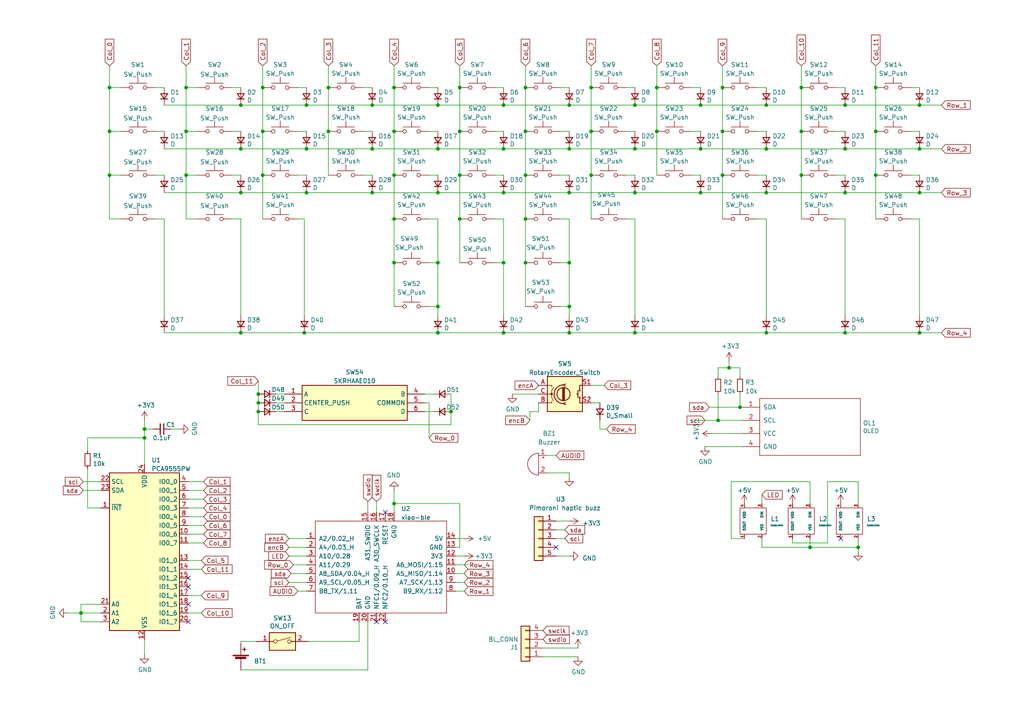
<source format=kicad_sch>
(kicad_sch (version 20230121) (generator eeschema)
  (paper "A4")
  (junction (at 127 96.52))
  (junction (at 208.28 121.92))
  (junction (at 127 30.48))
  (junction (at 171.45 50.8))
  (junction (at 146.05 76.2))
  (junction (at 184.15 96.52))
  (junction (at 76.2 50.8))
  (junction (at 171.45 25.4))
  (junction (at 114.3 50.8))
  (junction (at 88.265 96.52))
  (junction (at 23.495 177.8))
  (junction (at 74.93 119.38))
  (junction (at 152.4 38.1))
  (junction (at 130.81 119.38))
  (junction (at 133.35 63.5))
  (junction (at 146.05 43.18))
  (junction (at 152.4 63.5))
  (junction (at 222.25 55.88))
  (junction (at 203.2 30.48))
  (junction (at 127 43.18))
  (junction (at 146.05 96.52))
  (junction (at 245.11 43.18))
  (junction (at 165.1 30.48))
  (junction (at 245.11 55.88))
  (junction (at 171.45 38.1))
  (junction (at 114.3 146.05))
  (junction (at 234.95 158.75))
  (junction (at 165.1 96.52))
  (junction (at 152.4 76.2))
  (junction (at 266.7 43.18))
  (junction (at 266.7 96.52))
  (junction (at 133.35 50.8))
  (junction (at 222.25 96.52))
  (junction (at 209.55 50.8))
  (junction (at 165.1 43.18))
  (junction (at 114.3 38.1))
  (junction (at 69.85 30.48))
  (junction (at 88.9 55.88))
  (junction (at 69.85 96.52))
  (junction (at 165.1 55.88))
  (junction (at 74.93 114.3))
  (junction (at 133.35 25.4))
  (junction (at 88.9 30.48))
  (junction (at 76.2 25.4))
  (junction (at 69.85 55.88))
  (junction (at 74.93 116.84))
  (junction (at 31.75 25.4))
  (junction (at 214.63 118.11))
  (junction (at 203.2 55.88))
  (junction (at 127 55.88))
  (junction (at 127 88.9))
  (junction (at 152.4 50.8))
  (junction (at 76.2 38.1))
  (junction (at 209.55 25.4))
  (junction (at 266.7 30.48))
  (junction (at 41.91 127))
  (junction (at 107.95 30.48))
  (junction (at 107.95 43.18))
  (junction (at 232.41 50.8))
  (junction (at 184.15 55.88))
  (junction (at 266.7 55.88))
  (junction (at 254 38.1))
  (junction (at 53.975 50.8))
  (junction (at 69.85 43.18))
  (junction (at 133.35 38.1))
  (junction (at 190.5 25.4))
  (junction (at 254 50.8))
  (junction (at 41.91 124.46))
  (junction (at 88.9 43.18))
  (junction (at 165.1 88.9))
  (junction (at 127 76.2))
  (junction (at 107.95 55.88))
  (junction (at 146.05 30.48))
  (junction (at 203.2 43.18))
  (junction (at 209.55 38.1))
  (junction (at 95.25 38.1))
  (junction (at 114.3 25.4))
  (junction (at 114.3 76.2))
  (junction (at 190.5 38.1))
  (junction (at 248.92 158.75))
  (junction (at 245.11 96.52))
  (junction (at 222.25 30.48))
  (junction (at 146.05 55.88))
  (junction (at 152.4 25.4))
  (junction (at 165.1 76.2))
  (junction (at 31.75 38.1))
  (junction (at 95.25 25.4))
  (junction (at 31.75 50.8))
  (junction (at 211.455 106.68))
  (junction (at 53.975 25.4))
  (junction (at 184.15 30.48))
  (junction (at 222.25 43.18))
  (junction (at 232.41 38.1))
  (junction (at 254 25.4))
  (junction (at 53.975 38.1))
  (junction (at 184.15 43.18))
  (junction (at 114.3 63.5))
  (junction (at 232.41 25.4))
  (junction (at 245.11 30.48))
  (no_connect (at 243.84 156.21))
  (no_connect (at 161.29 158.75))
  (no_connect (at 54.61 180.34))
  (no_connect (at 54.61 167.64))
  (no_connect (at 54.61 170.18))
  (no_connect (at 54.61 175.26))
  (no_connect (at 111.76 148.59))
  (no_connect (at 109.22 180.34))
  (no_connect (at 111.76 180.34))
  (wire (pts (xy 214.63 118.11) (xy 215.265 118.11)))
  (wire (pts (xy 214.63 114.3) (xy 214.63 118.11)))
  (wire (pts (xy 157.48 187.96) (xy 167.64 187.96)))
  (wire (pts (xy 171.45 111.76) (xy 175.26 111.76)))
  (wire (pts (xy 264.16 50.8) (xy 266.7 50.8)))
  (wire (pts (xy 19.685 177.8) (xy 23.495 177.8)))
  (wire (pts (xy 135.89 163.83) (xy 132.08 163.83)))
  (wire (pts (xy 76.2 25.4) (xy 76.2 38.1)))
  (wire (pts (xy 53.975 50.8) (xy 53.975 63.5)))
  (wire (pts (xy 59.055 154.94) (xy 54.61 154.94)))
  (wire (pts (xy 162.56 63.5) (xy 165.1 63.5)))
  (wire (pts (xy 133.35 25.4) (xy 133.35 38.1)))
  (wire (pts (xy 264.16 38.1) (xy 266.7 38.1)))
  (wire (pts (xy 181.61 63.5) (xy 184.15 63.5)))
  (wire (pts (xy 74.93 119.38) (xy 74.93 123.19)))
  (wire (pts (xy 67.31 25.4) (xy 69.85 25.4)))
  (wire (pts (xy 157.48 190.5) (xy 167.64 190.5)))
  (wire (pts (xy 124.46 116.84) (xy 124.46 127)))
  (wire (pts (xy 153.67 121.92) (xy 153.67 119.38)))
  (wire (pts (xy 76.2 50.8) (xy 76.2 63.5)))
  (wire (pts (xy 232.41 50.8) (xy 232.41 63.5)))
  (wire (pts (xy 184.15 96.52) (xy 222.25 96.52)))
  (wire (pts (xy 200.66 50.8) (xy 203.2 50.8)))
  (wire (pts (xy 95.25 25.4) (xy 95.25 38.1)))
  (wire (pts (xy 114.3 38.1) (xy 114.3 50.8)))
  (wire (pts (xy 214.63 106.68) (xy 214.63 109.22)))
  (wire (pts (xy 31.75 25.4) (xy 31.75 38.1)))
  (wire (pts (xy 208.28 114.3) (xy 208.28 121.92)))
  (wire (pts (xy 80.01 116.84) (xy 82.55 116.84)))
  (wire (pts (xy 53.975 38.1) (xy 57.15 38.1)))
  (wire (pts (xy 69.85 96.52) (xy 88.265 96.52)))
  (wire (pts (xy 47.625 30.48) (xy 69.85 30.48)))
  (wire (pts (xy 254 25.4) (xy 254 38.1)))
  (wire (pts (xy 29.21 147.32) (xy 25.4 147.32)))
  (wire (pts (xy 45.085 63.5) (xy 47.625 63.5)))
  (wire (pts (xy 107.95 30.48) (xy 127 30.48)))
  (wire (pts (xy 114.3 142.24) (xy 114.3 146.05)))
  (wire (pts (xy 148.59 114.3) (xy 156.21 114.3)))
  (wire (pts (xy 89.535 186.055) (xy 104.14 186.055)))
  (wire (pts (xy 59.055 152.4) (xy 54.61 152.4)))
  (wire (pts (xy 67.31 63.5) (xy 69.85 63.5)))
  (wire (pts (xy 132.08 156.21) (xy 134.62 156.21)))
  (wire (pts (xy 165.1 43.18) (xy 184.15 43.18)))
  (wire (pts (xy 76.2 19.05) (xy 76.2 25.4)))
  (wire (pts (xy 190.5 25.4) (xy 190.5 38.1)))
  (wire (pts (xy 181.61 50.8) (xy 184.15 50.8)))
  (wire (pts (xy 53.975 25.4) (xy 57.15 25.4)))
  (wire (pts (xy 86.36 63.5) (xy 88.265 63.5)))
  (wire (pts (xy 31.75 25.4) (xy 34.925 25.4)))
  (wire (pts (xy 45.085 38.1) (xy 47.625 38.1)))
  (wire (pts (xy 152.4 63.5) (xy 152.4 76.2)))
  (wire (pts (xy 47.625 96.52) (xy 69.85 96.52)))
  (wire (pts (xy 80.01 114.3) (xy 82.55 114.3)))
  (wire (pts (xy 41.91 124.46) (xy 41.91 127)))
  (wire (pts (xy 88.9 30.48) (xy 107.95 30.48)))
  (wire (pts (xy 133.35 50.8) (xy 133.985 50.8)))
  (wire (pts (xy 219.71 25.4) (xy 222.25 25.4)))
  (wire (pts (xy 31.75 50.8) (xy 34.925 50.8)))
  (wire (pts (xy 41.91 127) (xy 41.91 134.62)))
  (wire (pts (xy 240.03 157.48) (xy 240.03 139.7)))
  (wire (pts (xy 232.41 38.1) (xy 232.41 50.8)))
  (wire (pts (xy 124.46 38.1) (xy 127 38.1)))
  (wire (pts (xy 146.05 76.2) (xy 146.05 91.44)))
  (wire (pts (xy 146.05 96.52) (xy 165.1 96.52)))
  (wire (pts (xy 67.31 38.1) (xy 69.85 38.1)))
  (wire (pts (xy 184.15 55.88) (xy 203.2 55.88)))
  (wire (pts (xy 133.35 146.05) (xy 114.3 146.05)))
  (wire (pts (xy 23.495 180.34) (xy 29.21 180.34)))
  (wire (pts (xy 124.46 25.4) (xy 127 25.4)))
  (wire (pts (xy 47.625 55.88) (xy 69.85 55.88)))
  (wire (pts (xy 171.45 50.8) (xy 171.45 63.5)))
  (wire (pts (xy 222.25 63.5) (xy 222.25 91.44)))
  (wire (pts (xy 134.62 168.91) (xy 132.08 168.91)))
  (wire (pts (xy 242.57 50.8) (xy 245.11 50.8)))
  (wire (pts (xy 209.55 50.8) (xy 209.55 63.5)))
  (wire (pts (xy 69.85 63.5) (xy 69.85 91.44)))
  (wire (pts (xy 59.055 139.7) (xy 54.61 139.7)))
  (wire (pts (xy 234.95 158.75) (xy 248.92 158.75)))
  (wire (pts (xy 47.625 63.5) (xy 47.625 91.44)))
  (wire (pts (xy 107.95 55.88) (xy 127 55.88)))
  (wire (pts (xy 130.81 114.3) (xy 130.81 119.38)))
  (wire (pts (xy 248.92 156.21) (xy 248.92 158.75)))
  (wire (pts (xy 107.95 43.18) (xy 127 43.18)))
  (wire (pts (xy 74.93 116.84) (xy 74.93 119.38)))
  (wire (pts (xy 31.75 38.1) (xy 31.75 50.8)))
  (wire (pts (xy 69.85 186.055) (xy 74.295 186.055)))
  (wire (pts (xy 240.03 139.7) (xy 248.92 139.7)))
  (wire (pts (xy 229.87 156.21) (xy 229.87 157.48)))
  (wire (pts (xy 105.41 38.1) (xy 107.95 38.1)))
  (wire (pts (xy 171.45 38.1) (xy 171.45 50.8)))
  (wire (pts (xy 23.495 175.26) (xy 23.495 177.8)))
  (wire (pts (xy 206.375 125.73) (xy 215.265 125.73)))
  (wire (pts (xy 85.09 163.83) (xy 88.9 163.83)))
  (wire (pts (xy 245.11 96.52) (xy 266.7 96.52)))
  (wire (pts (xy 190.5 38.1) (xy 190.5 50.8)))
  (wire (pts (xy 245.11 55.88) (xy 266.7 55.88)))
  (wire (pts (xy 209.55 19.05) (xy 209.55 25.4)))
  (wire (pts (xy 208.28 121.92) (xy 215.265 121.92)))
  (wire (pts (xy 146.05 55.88) (xy 165.1 55.88)))
  (wire (pts (xy 106.68 145.415) (xy 106.68 148.59)))
  (wire (pts (xy 190.5 19.05) (xy 190.5 25.4)))
  (wire (pts (xy 143.51 63.5) (xy 146.05 63.5)))
  (wire (pts (xy 248.92 158.75) (xy 248.92 160.02)))
  (wire (pts (xy 31.75 38.1) (xy 34.925 38.1)))
  (wire (pts (xy 95.25 38.1) (xy 95.25 50.8)))
  (wire (pts (xy 266.7 63.5) (xy 266.7 91.44)))
  (wire (pts (xy 152.4 76.2) (xy 152.4 88.9)))
  (wire (pts (xy 127 88.9) (xy 127 91.44)))
  (wire (pts (xy 245.11 30.48) (xy 266.7 30.48)))
  (wire (pts (xy 184.15 43.18) (xy 203.2 43.18)))
  (wire (pts (xy 211.455 104.775) (xy 211.455 106.68)))
  (wire (pts (xy 114.3 76.2) (xy 114.3 88.9)))
  (wire (pts (xy 153.67 119.38) (xy 156.21 119.38)))
  (wire (pts (xy 127 30.48) (xy 146.05 30.48)))
  (wire (pts (xy 201.295 121.92) (xy 208.28 121.92)))
  (wire (pts (xy 212.09 139.7) (xy 234.95 139.7)))
  (wire (pts (xy 200.66 25.4) (xy 203.2 25.4)))
  (wire (pts (xy 209.55 25.4) (xy 209.55 38.1)))
  (wire (pts (xy 162.56 25.4) (xy 165.1 25.4)))
  (wire (pts (xy 29.21 177.8) (xy 23.495 177.8)))
  (wire (pts (xy 181.61 38.1) (xy 184.15 38.1)))
  (wire (pts (xy 86.36 171.45) (xy 88.9 171.45)))
  (wire (pts (xy 266.7 96.52) (xy 273.05 96.52)))
  (wire (pts (xy 84.455 166.37) (xy 88.9 166.37)))
  (wire (pts (xy 23.495 177.8) (xy 23.495 180.34)))
  (wire (pts (xy 76.2 38.1) (xy 76.2 50.8)))
  (wire (pts (xy 146.05 43.18) (xy 165.1 43.18)))
  (wire (pts (xy 31.75 19.05) (xy 31.75 25.4)))
  (wire (pts (xy 124.46 50.8) (xy 127 50.8)))
  (wire (pts (xy 234.95 139.7) (xy 234.95 146.05)))
  (wire (pts (xy 69.85 186.69) (xy 69.85 186.055)))
  (wire (pts (xy 53.975 38.1) (xy 53.975 50.8)))
  (wire (pts (xy 123.19 119.38) (xy 125.73 119.38)))
  (wire (pts (xy 83.82 158.75) (xy 88.9 158.75)))
  (wire (pts (xy 133.35 19.05) (xy 133.35 25.4)))
  (wire (pts (xy 80.01 119.38) (xy 82.55 119.38)))
  (wire (pts (xy 220.98 158.75) (xy 220.98 156.21)))
  (wire (pts (xy 208.28 106.68) (xy 208.28 109.22)))
  (wire (pts (xy 181.61 25.4) (xy 184.15 25.4)))
  (wire (pts (xy 222.25 96.52) (xy 245.11 96.52)))
  (wire (pts (xy 156.21 119.38) (xy 156.21 116.84)))
  (wire (pts (xy 54.61 165.1) (xy 58.42 165.1)))
  (wire (pts (xy 123.19 114.3) (xy 125.73 114.3)))
  (wire (pts (xy 69.85 55.88) (xy 88.9 55.88)))
  (wire (pts (xy 86.36 50.8) (xy 88.9 50.8)))
  (wire (pts (xy 134.62 171.45) (xy 132.08 171.45)))
  (wire (pts (xy 220.98 143.51) (xy 220.98 146.05)))
  (wire (pts (xy 59.055 147.32) (xy 54.61 147.32)))
  (wire (pts (xy 165.1 137.16) (xy 158.75 137.16)))
  (wire (pts (xy 152.4 50.8) (xy 152.4 63.5)))
  (wire (pts (xy 152.4 19.05) (xy 152.4 25.4)))
  (wire (pts (xy 245.11 63.5) (xy 245.11 91.44)))
  (wire (pts (xy 114.3 50.8) (xy 114.3 63.5)))
  (wire (pts (xy 69.85 43.18) (xy 88.9 43.18)))
  (wire (pts (xy 114.3 25.4) (xy 114.3 38.1)))
  (wire (pts (xy 234.95 156.21) (xy 234.95 158.75)))
  (wire (pts (xy 47.625 43.18) (xy 69.85 43.18)))
  (wire (pts (xy 203.2 55.88) (xy 222.25 55.88)))
  (wire (pts (xy 83.82 168.91) (xy 88.9 168.91)))
  (wire (pts (xy 41.91 121.92) (xy 41.91 124.46)))
  (wire (pts (xy 133.35 63.5) (xy 133.35 76.2)))
  (wire (pts (xy 31.75 50.8) (xy 31.75 63.5)))
  (wire (pts (xy 133.35 50.8) (xy 133.35 63.5)))
  (wire (pts (xy 127 63.5) (xy 127 76.2)))
  (wire (pts (xy 203.2 43.18) (xy 222.25 43.18)))
  (wire (pts (xy 45.085 25.4) (xy 47.625 25.4)))
  (wire (pts (xy 266.7 30.48) (xy 273.05 30.48)))
  (wire (pts (xy 49.53 124.46) (xy 52.07 124.46)))
  (wire (pts (xy 245.11 43.18) (xy 266.7 43.18)))
  (wire (pts (xy 222.25 30.48) (xy 245.11 30.48)))
  (wire (pts (xy 220.98 158.75) (xy 234.95 158.75)))
  (wire (pts (xy 161.29 153.67) (xy 163.83 153.67)))
  (wire (pts (xy 232.41 25.4) (xy 232.41 38.1)))
  (wire (pts (xy 215.9 156.21) (xy 212.09 156.21)))
  (wire (pts (xy 165.1 96.52) (xy 184.15 96.52)))
  (wire (pts (xy 219.71 38.1) (xy 222.25 38.1)))
  (wire (pts (xy 59.055 149.86) (xy 54.61 149.86)))
  (wire (pts (xy 124.46 76.2) (xy 127 76.2)))
  (wire (pts (xy 173.99 121.92) (xy 173.99 124.46)))
  (wire (pts (xy 209.55 38.1) (xy 209.55 50.8)))
  (wire (pts (xy 54.61 172.72) (xy 58.42 172.72)))
  (wire (pts (xy 165.1 55.88) (xy 184.15 55.88)))
  (wire (pts (xy 264.16 63.5) (xy 266.7 63.5)))
  (wire (pts (xy 133.35 38.1) (xy 133.35 50.8)))
  (wire (pts (xy 123.19 116.84) (xy 124.46 116.84)))
  (wire (pts (xy 242.57 38.1) (xy 245.11 38.1)))
  (wire (pts (xy 88.265 96.52) (xy 127 96.52)))
  (wire (pts (xy 88.9 43.18) (xy 107.95 43.18)))
  (wire (pts (xy 127 43.18) (xy 146.05 43.18)))
  (wire (pts (xy 171.45 116.84) (xy 173.99 116.84)))
  (wire (pts (xy 74.93 123.19) (xy 130.81 123.19)))
  (wire (pts (xy 53.975 25.4) (xy 53.975 38.1)))
  (wire (pts (xy 67.31 50.8) (xy 69.85 50.8)))
  (wire (pts (xy 132.08 158.75) (xy 133.35 158.75)))
  (wire (pts (xy 31.75 63.5) (xy 34.925 63.5)))
  (wire (pts (xy 59.055 142.24) (xy 54.61 142.24)))
  (wire (pts (xy 254 50.8) (xy 254 63.5)))
  (wire (pts (xy 248.92 139.7) (xy 248.92 146.05)))
  (wire (pts (xy 127 96.52) (xy 146.05 96.52)))
  (wire (pts (xy 105.41 50.8) (xy 107.95 50.8)))
  (wire (pts (xy 54.61 162.56) (xy 58.42 162.56)))
  (wire (pts (xy 86.36 25.4) (xy 88.9 25.4)))
  (wire (pts (xy 83.82 156.21) (xy 88.9 156.21)))
  (wire (pts (xy 69.85 30.48) (xy 88.9 30.48)))
  (wire (pts (xy 222.25 43.18) (xy 245.11 43.18)))
  (wire (pts (xy 204.47 129.54) (xy 215.265 129.54)))
  (wire (pts (xy 88.9 55.88) (xy 107.95 55.88)))
  (wire (pts (xy 114.3 63.5) (xy 114.3 76.2)))
  (wire (pts (xy 53.975 63.5) (xy 57.15 63.5)))
  (wire (pts (xy 146.05 30.48) (xy 165.1 30.48)))
  (wire (pts (xy 59.055 157.48) (xy 54.61 157.48)))
  (wire (pts (xy 173.99 124.46) (xy 175.895 124.46)))
  (wire (pts (xy 205.74 118.11) (xy 214.63 118.11)))
  (wire (pts (xy 104.14 186.055) (xy 104.14 180.34)))
  (wire (pts (xy 124.46 88.9) (xy 127 88.9)))
  (wire (pts (xy 161.29 151.13) (xy 165.1 151.13)))
  (wire (pts (xy 74.93 114.3) (xy 74.93 116.84)))
  (wire (pts (xy 152.4 25.4) (xy 152.4 38.1)))
  (wire (pts (xy 134.62 161.29) (xy 132.08 161.29)))
  (wire (pts (xy 88.265 63.5) (xy 88.265 91.44)))
  (wire (pts (xy 162.56 50.8) (xy 165.1 50.8)))
  (wire (pts (xy 161.29 161.29) (xy 165.1 161.29)))
  (wire (pts (xy 44.45 124.46) (xy 41.91 124.46)))
  (wire (pts (xy 86.36 38.1) (xy 88.9 38.1)))
  (wire (pts (xy 219.71 50.8) (xy 222.25 50.8)))
  (wire (pts (xy 254 38.1) (xy 254 50.8)))
  (wire (pts (xy 69.85 194.31) (xy 106.68 194.31)))
  (wire (pts (xy 211.455 106.68) (xy 208.28 106.68)))
  (wire (pts (xy 222.25 63.5) (xy 219.71 63.5)))
  (wire (pts (xy 171.45 25.4) (xy 171.45 38.1)))
  (wire (pts (xy 203.2 30.48) (xy 222.25 30.48)))
  (wire (pts (xy 45.085 50.8) (xy 47.625 50.8)))
  (wire (pts (xy 143.51 76.2) (xy 146.05 76.2)))
  (wire (pts (xy 266.7 43.18) (xy 273.05 43.18)))
  (wire (pts (xy 165.1 88.9) (xy 165.1 91.44)))
  (wire (pts (xy 162.56 76.2) (xy 165.1 76.2)))
  (wire (pts (xy 124.46 63.5) (xy 127 63.5)))
  (wire (pts (xy 162.56 88.9) (xy 165.1 88.9)))
  (wire (pts (xy 54.61 177.8) (xy 58.42 177.8)))
  (wire (pts (xy 211.455 106.68) (xy 214.63 106.68)))
  (wire (pts (xy 41.91 189.865) (xy 41.91 185.42)))
  (wire (pts (xy 109.22 145.415) (xy 109.22 148.59)))
  (wire (pts (xy 212.09 156.21) (xy 212.09 139.7)))
  (wire (pts (xy 24.13 142.24) (xy 29.21 142.24)))
  (wire (pts (xy 24.13 139.7) (xy 29.21 139.7)))
  (wire (pts (xy 95.25 19.05) (xy 95.25 25.4)))
  (wire (pts (xy 184.15 30.48) (xy 203.2 30.48)))
  (wire (pts (xy 25.4 127) (xy 25.4 130.81)))
  (wire (pts (xy 53.975 19.05) (xy 53.975 25.4)))
  (wire (pts (xy 114.3 146.05) (xy 114.3 148.59)))
  (wire (pts (xy 242.57 63.5) (xy 245.11 63.5)))
  (wire (pts (xy 165.1 137.16) (xy 165.1 138.43)))
  (wire (pts (xy 165.1 76.2) (xy 165.1 88.9)))
  (wire (pts (xy 165.1 30.48) (xy 184.15 30.48)))
  (wire (pts (xy 146.05 63.5) (xy 146.05 76.2)))
  (wire (pts (xy 130.81 123.19) (xy 130.81 119.38)))
  (wire (pts (xy 222.25 55.88) (xy 245.11 55.88)))
  (wire (pts (xy 133.35 158.75) (xy 133.35 146.05)))
  (wire (pts (xy 264.16 25.4) (xy 266.7 25.4)))
  (wire (pts (xy 162.56 38.1) (xy 165.1 38.1)))
  (wire (pts (xy 143.51 38.1) (xy 146.05 38.1)))
  (wire (pts (xy 165.1 63.5) (xy 165.1 76.2)))
  (wire (pts (xy 171.45 19.05) (xy 171.45 25.4)))
  (wire (pts (xy 29.21 175.26) (xy 23.495 175.26)))
  (wire (pts (xy 134.62 166.37) (xy 132.08 166.37)))
  (wire (pts (xy 114.3 19.05) (xy 114.3 25.4)))
  (wire (pts (xy 127 76.2) (xy 127 88.9)))
  (wire (pts (xy 127 55.88) (xy 146.05 55.88)))
  (wire (pts (xy 59.055 144.78) (xy 54.61 144.78)))
  (wire (pts (xy 254 19.05) (xy 254 25.4)))
  (wire (pts (xy 25.4 127) (xy 41.91 127)))
  (wire (pts (xy 152.4 38.1) (xy 152.4 50.8)))
  (wire (pts (xy 53.975 50.8) (xy 57.15 50.8)))
  (wire (pts (xy 161.29 132.08) (xy 158.75 132.08)))
  (wire (pts (xy 242.57 25.4) (xy 245.11 25.4)))
  (wire (pts (xy 184.15 63.5) (xy 184.15 91.44)))
  (wire (pts (xy 232.41 19.05) (xy 232.41 25.4)))
  (wire (pts (xy 200.66 38.1) (xy 203.2 38.1)))
  (wire (pts (xy 83.82 161.29) (xy 88.9 161.29)))
  (wire (pts (xy 266.7 55.88) (xy 273.05 55.88)))
  (wire (pts (xy 143.51 50.8) (xy 146.05 50.8)))
  (wire (pts (xy 229.87 157.48) (xy 240.03 157.48)))
  (wire (pts (xy 161.29 156.21) (xy 163.83 156.21)))
  (wire (pts (xy 25.4 147.32) (xy 25.4 135.89)))
  (wire (pts (xy 74.93 110.49) (xy 74.93 114.3)))
  (wire (pts (xy 143.51 25.4) (xy 146.05 25.4)))
  (wire (pts (xy 105.41 25.4) (xy 107.95 25.4)))
  (wire (pts (xy 106.68 180.34) (xy 106.68 194.31)))
  (global_label "Col_10" (shape input) (at 232.41 19.05 90) (property "Intersheetrefs" "${INTERSHEET_REFS}" (effects hide)))
  (global_label "Col_9" (shape input) (at 58.42 172.72 0) (property "Intersheetrefs" "${INTERSHEET_REFS}" (effects hide)))
  (global_label "Col_11" (shape input) (at 74.93 110.49 180) (property "Intersheetrefs" "${INTERSHEET_REFS}" (effects hide)))
  (global_label "Row_2" (shape input) (at 134.62 168.91 0) (property "Intersheetrefs" "${INTERSHEET_REFS}" (effects hide)))
  (global_label "Col_8" (shape input) (at 59.055 157.48 0) (property "Intersheetrefs" "${INTERSHEET_REFS}" (effects hide)))
  (global_label "Col_3" (shape input) (at 95.25 19.05 90) (property "Intersheetrefs" "${INTERSHEET_REFS}" (effects hide)))
  (global_label "Col_8" (shape input) (at 190.5 19.05 90) (property "Intersheetrefs" "${INTERSHEET_REFS}" (effects hide)))
  (global_label "Row_4" (shape input) (at 134.62 163.83 0) (property "Intersheetrefs" "${INTERSHEET_REFS}" (effects hide)))
  (global_label "Col_3" (shape input) (at 59.055 144.78 0) (property "Intersheetrefs" "${INTERSHEET_REFS}" (effects hide)))
  (global_label "Col_5" (shape input) (at 58.42 162.56 0) (property "Intersheetrefs" "${INTERSHEET_REFS}" (effects hide)))
  (global_label "Col_4" (shape input) (at 59.055 147.32 0) (property "Intersheetrefs" "${INTERSHEET_REFS}" (effects hide)))
  (global_label "encB" (shape input) (at 83.82 158.75 180) (property "Intersheetrefs" "${INTERSHEET_REFS}" (effects hide)))
  (global_label "Row_1" (shape input) (at 273.05 30.48 0) (property "Intersheetrefs" "${INTERSHEET_REFS}" (effects hide)))
  (global_label "swclk" (shape input) (at 157.48 182.88 0) (property "Intersheetrefs" "${INTERSHEET_REFS}" (effects hide)))
  (global_label "Col_1" (shape input) (at 53.975 19.05 90) (property "Intersheetrefs" "${INTERSHEET_REFS}" (effects hide)))
  (global_label "Row_4" (shape input) (at 175.895 124.46 0) (property "Intersheetrefs" "${INTERSHEET_REFS}" (effects hide)))
  (global_label "scl" (shape input) (at 204.47 121.92 180) (property "Intersheetrefs" "${INTERSHEET_REFS}" (effects hide)))
  (global_label "Col_2" (shape input) (at 59.055 142.24 0) (property "Intersheetrefs" "${INTERSHEET_REFS}" (effects hide)))
  (global_label "encB" (shape input) (at 153.67 121.92 180) (property "Intersheetrefs" "${INTERSHEET_REFS}" (effects hide)))
  (global_label "Row_2" (shape input) (at 273.05 43.18 0) (property "Intersheetrefs" "${INTERSHEET_REFS}" (effects hide)))
  (global_label "Col_1" (shape input) (at 59.055 139.7 0) (property "Intersheetrefs" "${INTERSHEET_REFS}" (effects hide)))
  (global_label "swclk" (shape input) (at 109.22 145.415 90) (property "Intersheetrefs" "${INTERSHEET_REFS}" (effects hide)))
  (global_label "Col_11" (shape input) (at 58.42 165.1 0) (property "Intersheetrefs" "${INTERSHEET_REFS}" (effects hide)))
  (global_label "Row_4" (shape input) (at 273.05 96.52 0) (property "Intersheetrefs" "${INTERSHEET_REFS}" (effects hide)))
  (global_label "Col_6" (shape input) (at 59.055 152.4 0) (property "Intersheetrefs" "${INTERSHEET_REFS}" (effects hide)))
  (global_label "Col_6" (shape input) (at 152.4 19.05 90) (property "Intersheetrefs" "${INTERSHEET_REFS}" (effects hide)))
  (global_label "Col_11" (shape input) (at 254 19.05 90) (property "Intersheetrefs" "${INTERSHEET_REFS}" (effects hide)))
  (global_label "Col_4" (shape input) (at 114.3 19.05 90) (property "Intersheetrefs" "${INTERSHEET_REFS}" (effects hide)))
  (global_label "encA" (shape input) (at 156.21 111.76 180) (property "Intersheetrefs" "${INTERSHEET_REFS}" (effects hide)))
  (global_label "Row_3" (shape input) (at 134.62 166.37 0) (property "Intersheetrefs" "${INTERSHEET_REFS}" (effects hide)))
  (global_label "AUDIO" (shape input) (at 161.29 132.08 0) (property "Intersheetrefs" "${INTERSHEET_REFS}" (effects hide)))
  (global_label "Row_3" (shape input) (at 273.05 55.88 0) (property "Intersheetrefs" "${INTERSHEET_REFS}" (effects hide)))
  (global_label "Col_0" (shape input) (at 59.055 149.86 0) (property "Intersheetrefs" "${INTERSHEET_REFS}" (effects hide)))
  (global_label "scl" (shape input) (at 24.13 139.7 180) (property "Intersheetrefs" "${INTERSHEET_REFS}" (effects hide)))
  (global_label "swdio" (shape input) (at 157.48 185.42 0) (property "Intersheetrefs" "${INTERSHEET_REFS}" (effects hide)))
  (global_label "encA" (shape input) (at 83.82 156.21 180) (property "Intersheetrefs" "${INTERSHEET_REFS}" (effects hide)))
  (global_label "sda" (shape input) (at 205.74 118.11 180) (property "Intersheetrefs" "${INTERSHEET_REFS}" (effects hide)))
  (global_label "Col_7" (shape input) (at 171.45 19.05 90) (property "Intersheetrefs" "${INTERSHEET_REFS}" (effects hide)))
  (global_label "LED" (shape input) (at 83.82 161.29 180) (property "Intersheetrefs" "${INTERSHEET_REFS}" (effects hide)))
  (global_label "Col_7" (shape input) (at 59.055 154.94 0) (property "Intersheetrefs" "${INTERSHEET_REFS}" (effects hide)))
  (global_label "LED" (shape input) (at 220.98 143.51 0) (property "Intersheetrefs" "${INTERSHEET_REFS}" (effects hide)))
  (global_label "Row_1" (shape input) (at 134.62 171.45 0) (property "Intersheetrefs" "${INTERSHEET_REFS}" (effects hide)))
  (global_label "scl" (shape input) (at 83.82 168.91 180) (property "Intersheetrefs" "${INTERSHEET_REFS}" (effects hide)))
  (global_label "Col_9" (shape input) (at 209.55 19.05 90) (property "Intersheetrefs" "${INTERSHEET_REFS}" (effects hide)))
  (global_label "Col_3" (shape input) (at 175.26 111.76 0) (property "Intersheetrefs" "${INTERSHEET_REFS}" (effects hide)))
  (global_label "Col_5" (shape input) (at 133.35 19.05 90) (property "Intersheetrefs" "${INTERSHEET_REFS}" (effects hide)))
  (global_label "Col_0" (shape input) (at 31.75 19.05 90) (property "Intersheetrefs" "${INTERSHEET_REFS}" (effects hide)))
  (global_label "sda" (shape input) (at 163.83 153.67 0) (property "Intersheetrefs" "${INTERSHEET_REFS}" (effects hide)))
  (global_label "scl" (shape input) (at 163.83 156.21 0) (property "Intersheetrefs" "${INTERSHEET_REFS}" (effects hide)))
  (global_label "sda" (shape input) (at 24.13 142.24 180) (property "Intersheetrefs" "${INTERSHEET_REFS}" (effects hide)))
  (global_label "Row_0" (shape input) (at 124.46 127 0) (property "Intersheetrefs" "${INTERSHEET_REFS}" (effects hide)))
  (global_label "Col_2" (shape input) (at 76.2 19.05 90) (property "Intersheetrefs" "${INTERSHEET_REFS}" (effects hide)))
  (global_label "Row_0" (shape input) (at 85.09 163.83 180) (property "Intersheetrefs" "${INTERSHEET_REFS}" (effects hide)))
  (global_label "swdio" (shape input) (at 106.68 145.415 90) (property "Intersheetrefs" "${INTERSHEET_REFS}" (effects hide)))
  (global_label "sda" (shape input) (at 84.455 166.37 180) (property "Intersheetrefs" "${INTERSHEET_REFS}" (effects hide)))
  (global_label "AUDIO" (shape input) (at 86.36 171.45 180) (property "Intersheetrefs" "${INTERSHEET_REFS}" (effects hide)))
  (global_label "Col_10" (shape input) (at 58.42 177.8 0) (property "Intersheetrefs" "${INTERSHEET_REFS}" (effects hide)))
  (symbol (lib_id "Switch:SW_Push") (at 237.49 63.5 0) (unit 1)
    (property "Reference" "SW47" (at 237.49 56.8792 0))
    (property "Value" "SW_Push" (at 237.49 59.4161 0))
    (property "Footprint" "weteor:CherryMX_Hotswap" (effects hide))
  )
  (symbol (lib_id "Device:D_Small") (at 107.95 40.64 90) (unit 1)
    (property "Reference" "D16" (at 109.728 39.4716 90) (effects (justify right)))
    (property "Value" "D" (at 109.728 41.783 90) (effects (justify right)))
    (property "Footprint" "weteor:D_SOD-123" (effects hide))
  )
  (symbol (lib_id "Switch:SW_Push") (at 81.28 25.4 0) (unit 1)
    (property "Reference" "SW3" (at 81.28 18.7792 0))
    (property "Value" "SW_Push" (at 81.28 21.3161 0))
    (property "Footprint" "weteor:CherryMX_Hotswap" (effects hide))
  )
  (symbol (lib_id "Device:D_Small") (at 266.7 93.98 90) (unit 1)
    (property "Reference" "D47" (at 268.478 92.8116 90) (effects (justify right)))
    (property "Value" "D" (at 268.478 95.123 90) (effects (justify right)))
    (property "Footprint" "weteor:D_SOD-123" (effects hide))
  )
  (symbol (lib_id "Switch:SW_Push") (at 119.38 50.8 0) (unit 1)
    (property "Reference" "SW31" (at 119.38 44.1792 0))
    (property "Value" "SW_Push" (at 119.38 46.7161 0))
    (property "Footprint" "weteor:CherryMX_Hotswap" (effects hide))
  )
  (symbol (lib_id "Switch:SW_Push") (at 100.33 50.8 0) (unit 1)
    (property "Reference" "SW30" (at 100.33 44.1792 0))
    (property "Value" "SW_Push" (at 100.33 46.7161 0))
    (property "Footprint" "weteor:CherryMX_Hotswap" (effects hide))
  )
  (symbol (lib_id "power:+3V3") (at 206.375 125.73 90) (unit 1)
    (property "Reference" "#PWR011" (effects hide))
    (property "Value" "+3V3" (at 201.9808 125.349 0))
  )
  (symbol (lib_id "Switch:SW_Push") (at 40.005 25.4 0) (unit 1)
    (property "Reference" "SW1" (at 40.005 18.7792 0))
    (property "Value" "SW_Push" (at 40.005 21.59 0))
    (property "Footprint" "weteor:CherryMX_Hotswap" (effects hide))
  )
  (symbol (lib_id "Switch:SW_Push") (at 62.23 63.5 0) (unit 1)
    (property "Reference" "SW40" (at 62.23 56.8792 0))
    (property "Value" "SW_Push" (at 62.23 59.69 0))
    (property "Footprint" "weteor:CherryMX_Hotswap" (effects hide))
  )
  (symbol (lib_id "Device:D_Small") (at 165.1 27.94 90) (unit 1)
    (property "Reference" "D7" (at 166.878 26.7716 90) (effects (justify right)))
    (property "Value" "D" (at 166.878 29.083 90) (effects (justify right)))
    (property "Footprint" "weteor:D_SOD-123" (effects hide))
  )
  (symbol (lib_id "Device:D_Small") (at 146.05 93.98 90) (unit 1)
    (property "Reference" "D42" (at 147.828 92.8116 90) (effects (justify right)))
    (property "Value" "D" (at 147.828 95.123 90) (effects (justify right)))
    (property "Footprint" "weteor:D_SOD-123" (effects hide))
  )
  (symbol (lib_id "Device:D_Small") (at 222.25 40.64 90) (unit 1)
    (property "Reference" "D22" (at 224.028 39.4716 90) (effects (justify right)))
    (property "Value" "D" (at 224.028 41.783 90) (effects (justify right)))
    (property "Footprint" "weteor:D_SOD-123" (effects hide))
  )
  (symbol (lib_id "Device:D_Small") (at 203.2 40.64 90) (unit 1)
    (property "Reference" "D21" (at 204.978 39.4716 90) (effects (justify right)))
    (property "Value" "D" (at 204.978 41.783 90) (effects (justify right)))
    (property "Footprint" "weteor:D_SOD-123" (effects hide))
  )
  (symbol (lib_id "Switch:SW_Push") (at 81.28 50.8 0) (unit 1)
    (property "Reference" "SW29" (at 81.28 44.1792 0))
    (property "Value" "SW_Push" (at 81.28 46.7161 0))
    (property "Footprint" "weteor:CherryMX_Hotswap" (effects hide))
  )
  (symbol (lib_id "power:+5V") (at 215.9 146.05 0) (unit 1)
    (property "Reference" "#PWR014" (effects hide))
    (property "Value" "+5V" (at 215.9 142.24 0))
  )
  (symbol (lib_id "power:+3V3") (at 211.455 104.775 0) (unit 1)
    (property "Reference" "#PWR012" (effects hide))
    (property "Value" "+3V3" (at 211.836 100.3808 0))
  )
  (symbol (lib_id "Switch:SW_Push") (at 62.23 50.8 0) (unit 1)
    (property "Reference" "SW28" (at 62.23 44.1792 0))
    (property "Value" "SW_Push" (at 62.23 46.99 0))
    (property "Footprint" "weteor:CherryMX_Hotswap" (effects hide))
  )
  (symbol (lib_id "Switch:SW_Push") (at 157.48 50.8 0) (unit 1)
    (property "Reference" "SW33" (at 157.48 44.1792 0))
    (property "Value" "SW_Push" (at 157.48 46.7161 0))
    (property "Footprint" "weteor:CherryMX_Hotswap" (effects hide))
  )
  (symbol (lib_id "Device:D_Small") (at 77.47 116.84 180) (unit 1)
    (property "Reference" "D49" (at 78.74 115.57 0) (effects (justify right)))
    (property "Footprint" "weteor:D_SOD-123" (effects hide))
  )
  (symbol (lib_id "power:+3V3") (at 41.91 121.92 0) (unit 1)
    (property "Reference" "#PWR02" (effects hide))
    (property "Value" "+3V3" (at 42.291 117.5258 0))
  )
  (symbol (lib_id "Switch:SW_Push") (at 237.49 38.1 0) (unit 1)
    (property "Reference" "SW25" (at 237.49 31.4792 0))
    (property "Value" "SW_Push" (at 237.49 34.0161 0))
    (property "Footprint" "weteor:CherryMX_Hotswap" (effects hide))
  )
  (symbol (lib_id "power:+3V3") (at 167.64 187.96 0) (unit 1)
    (property "Reference" "#PWR08" (effects hide))
    (property "Value" "+3V3" (at 168.021 183.5658 0))
  )
  (symbol (lib_id "Device:D_Small") (at 184.15 53.34 90) (unit 1)
    (property "Reference" "D32" (at 185.928 52.1716 90) (effects (justify right)))
    (property "Value" "D" (at 185.928 54.483 90) (effects (justify right)))
    (property "Footprint" "weteor:D_SOD-123" (effects hide))
  )
  (symbol (lib_id "Device:Battery_Cell") (at 69.85 191.77 0) (unit 1)
    (property "Reference" "BT1" (at 73.66 191.77 0) (effects (justify left)))
    (property "Value" "Battery_Cell" (effects hide))
    (property "Footprint" "Connector_Molex:Molex_PicoBlade_53048-0210_1x02_P1.25mm_Horizontal" (effects hide))
  )
  (symbol (lib_id "Switch:SW_Push") (at 119.38 38.1 0) (unit 1)
    (property "Reference" "SW19" (at 119.38 31.4792 0))
    (property "Value" "SW_Push" (at 119.38 34.0161 0))
    (property "Footprint" "weteor:CherryMX_Hotswap" (effects hide))
  )
  (symbol (lib_id "Switch:SW_Push") (at 138.43 25.4 0) (unit 1)
    (property "Reference" "SW7" (at 138.43 18.7792 0))
    (property "Value" "SW_Push" (at 138.43 21.3161 0))
    (property "Footprint" "weteor:CherryMX_Hotswap" (effects hide))
  )
  (symbol (lib_id "Device:D_Small") (at 47.625 93.98 90) (unit 1)
    (property "Reference" "D37" (at 49.403 92.8116 90) (effects (justify right)))
    (property "Value" "D" (at 49.403 95.123 90) (effects (justify right)))
    (property "Footprint" "weteor:D_SOD-123" (effects hide))
  )
  (symbol (lib_id "Device:D_Small") (at 266.7 40.64 90) (unit 1)
    (property "Reference" "D24" (at 268.478 39.4716 90) (effects (justify right)))
    (property "Value" "D" (at 268.478 41.783 90) (effects (justify right)))
    (property "Footprint" "weteor:D_SOD-123" (effects hide))
  )
  (symbol (lib_id "Switch:SW_Push") (at 62.23 25.4 0) (unit 1)
    (property "Reference" "SW2" (at 62.23 18.7792 0))
    (property "Value" "SW_Push" (at 62.23 21.59 0))
    (property "Footprint" "weteor:CherryMX_Hotswap" (effects hide))
  )
  (symbol (lib_id "power:GND") (at 148.59 114.3 0) (unit 1)
    (property "Reference" "#PWR013" (effects hide))
    (property "Value" "GND" (at 148.717 118.6942 0))
  )
  (symbol (lib_id "Switch:SW_Push") (at 157.48 88.9 0) (unit 1)
    (property "Reference" "SW53" (at 156.845 81.9181 0))
    (property "Value" "SW_Push" (at 156.845 84.455 0))
    (property "Footprint" "weteor:CherryMX_Hotswap_2.25u_stabs" (effects hide))
  )
  (symbol (lib_id "Device:D_Small") (at 173.99 119.38 90) (unit 1)
    (property "Reference" "D39" (at 175.768 118.2116 90) (effects (justify right)))
    (property "Value" "D_Small" (at 175.768 120.523 90) (effects (justify right)))
    (property "Footprint" "weteor:D_SOD-123" (effects hide))
  )
  (symbol (lib_id "power:GND") (at 41.91 189.865 0) (unit 1)
    (property "Reference" "#PWR03" (effects hide))
    (property "Value" "GND" (at 42.037 194.2592 0))
  )
  (symbol (lib_id "power:GND") (at 19.685 177.8 270) (mirror x) (unit 1)
    (property "Reference" "#PWR01" (effects hide))
    (property "Value" "GND" (at 15.2908 177.673 0))
  )
  (symbol (lib_id "Switch:SW_Push") (at 119.38 63.5 0) (unit 1)
    (property "Reference" "SW42" (at 119.38 56.8792 0))
    (property "Value" "SW_Push" (at 119.38 59.4161 0))
    (property "Footprint" "weteor:CherryMX_Hotswap" (effects hide))
  )
  (symbol (lib_id "Device:D_Small") (at 88.9 40.64 90) (unit 1)
    (property "Reference" "D15" (at 90.678 39.4716 90) (effects (justify right)))
    (property "Value" "D" (at 90.678 41.783 90) (effects (justify right)))
    (property "Footprint" "weteor:D_SOD-123" (effects hide))
  )
  (symbol (lib_id "Switch:SW_Push") (at 100.33 25.4 0) (unit 1)
    (property "Reference" "SW4" (at 100.33 18.7792 0))
    (property "Value" "SW_Push" (at 100.33 21.3161 0))
    (property "Footprint" "weteor:CherryMX_Hotswap" (effects hide))
  )
  (symbol (lib_id "Switch:SW_Push") (at 138.43 50.8 0) (unit 1)
    (property "Reference" "SW32" (at 138.43 44.1792 0))
    (property "Value" "SW_Push" (at 138.43 46.7161 0))
    (property "Footprint" "weteor:CherryMX_Hotswap" (effects hide))
  )
  (symbol (lib_id "Device:D_Small") (at 88.9 27.94 90) (unit 1)
    (property "Reference" "D3" (at 90.678 26.7716 90) (effects (justify right)))
    (property "Value" "D" (at 90.678 29.083 90) (effects (justify right)))
    (property "Footprint" "weteor:D_SOD-123" (effects hide))
  )
  (symbol (lib_id "Device:R_Small") (at 214.63 111.76 0) (unit 1)
    (property "Reference" "R3" (at 216.1286 110.9253 0) (effects (justify left)))
    (property "Value" "10k" (at 216.1286 113.4622 0) (effects (justify left)))
    (property "Footprint" "Resistor_SMD:R_0805_2012Metric" (effects hide))
  )
  (symbol (lib_id "Switch:SW_Push") (at 214.63 50.8 0) (unit 1)
    (property "Reference" "SW36" (at 214.63 44.1792 0))
    (property "Value" "SW_Push" (at 214.63 46.7161 0))
    (property "Footprint" "weteor:CherryMX_Hotswap" (effects hide))
  )
  (symbol (lib_id "Switch:SW_DIP_x01") (at 81.915 186.055 0) (unit 1)
    (property "Reference" "SW13" (at 81.915 179.2732 0))
    (property "Value" "ON_OFF" (at 81.915 181.5846 0))
    (property "Footprint" "weteor:switch_MSK-12C02_smd" (effects hide))
  )
  (symbol (lib_id "Device:RotaryEncoder_Switch") (at 163.83 114.3 0) (unit 1)
    (property "Reference" "SW5" (at 163.83 105.5202 0))
    (property "Value" "RotaryEncoder_Switch" (at 163.83 108.0571 0))
    (property "Footprint" "KLOR:RotaryEncoder_Alps_EC11E-Switch_Vertical_H20mm-keebio_modified" (effects hide))
  )
  (symbol (lib_id "kbd:SK6812MINI") (at 246.38 151.13 90) (unit 1)
    (property "Reference" "L3" (at 251.46 150.495 90) (effects (font (size 1.2954 1.2954)) (justify right)))
    (property "Value" "SK6812MINI" (at 251.46 152.4 90) (effects (font (size 0.4064 0.4064)) (justify right)))
    (property "Footprint" "LED_SMD:LED_SK6812MINI_PLCC4_3.5x3.5mm_P1.75mm" (effects hide))
  )
  (symbol (lib_id "Device:D_Small") (at 69.85 93.98 90) (unit 1)
    (property "Reference" "D38" (at 71.628 92.8116 90) (effects (justify right)))
    (property "Value" "D" (at 71.628 95.123 90) (effects (justify right)))
    (property "Footprint" "weteor:D_SOD-123" (effects hide))
  )
  (symbol (lib_id "Switch:SW_Push") (at 195.58 38.1 0) (unit 1)
    (property "Reference" "SW23" (at 195.58 31.4792 0))
    (property "Value" "SW_Push" (at 195.58 34.0161 0))
    (property "Footprint" "weteor:CherryMX_Hotswap" (effects hide))
  )
  (symbol (lib_id "Switch:SW_Push") (at 157.48 76.2 0) (unit 1)
    (property "Reference" "SW51" (at 156.845 69.2181 0))
    (property "Value" "SW_Push" (at 156.845 71.755 0))
    (property "Footprint" "weteor:CherryMX_Hotswap_1.25u" (effects hide))
  )
  (symbol (lib_id "Device:D_Small") (at 245.11 40.64 90) (unit 1)
    (property "Reference" "D23" (at 246.888 39.4716 90) (effects (justify right)))
    (property "Value" "D" (at 246.888 41.783 90) (effects (justify right)))
    (property "Footprint" "weteor:D_SOD-123" (effects hide))
  )
  (symbol (lib_id "Device:D_Small") (at 77.47 119.38 180) (unit 1)
    (property "Reference" "D50" (at 78.74 118.11 0) (effects (justify right)))
    (property "Footprint" "weteor:D_SOD-123" (effects hide))
  )
  (symbol (lib_id "Switch:SW_Push") (at 157.48 63.5 0) (unit 1)
    (property "Reference" "SW44" (at 157.48 56.8792 0))
    (property "Value" "SW_Push" (at 157.48 59.4161 0))
    (property "Footprint" "weteor:CherryMX_Hotswap_1.75u" (effects hide))
  )
  (symbol (lib_id "Switch:SW_Push") (at 119.38 76.2 0) (unit 1)
    (property "Reference" "SW49" (at 118.745 69.2181 0))
    (property "Value" "SW_Push" (at 118.745 71.755 0))
    (property "Footprint" "weteor:CherryMX_Hotswap_1.25u" (effects hide))
  )
  (symbol (lib_id "Device:D_Small") (at 69.85 53.34 90) (unit 1)
    (property "Reference" "D26" (at 71.628 52.1716 90) (effects (justify right)))
    (property "Value" "D" (at 71.628 54.483 90) (effects (justify right)))
    (property "Footprint" "weteor:D_SOD-123" (effects hide))
  )
  (symbol (lib_id "Switch:SW_Push") (at 138.43 76.2 0) (unit 1)
    (property "Reference" "SW50" (at 138.43 69.5792 0))
    (property "Value" "SW_Push" (at 138.43 72.1161 0))
    (property "Footprint" "weteor:CherryMX_Hotswap_3u_stabs" (effects hide))
  )
  (symbol (lib_id "Device:D_Small") (at 245.11 27.94 90) (unit 1)
    (property "Reference" "D11" (at 246.888 26.7716 90) (effects (justify right)))
    (property "Value" "D" (at 246.888 29.083 90) (effects (justify right)))
    (property "Footprint" "weteor:D_SOD-123" (effects hide))
  )
  (symbol (lib_id "Device:D_Small") (at 77.47 114.3 180) (unit 1)
    (property "Reference" "D48" (at 78.74 113.03 0) (effects (justify right)))
    (property "Footprint" "weteor:D_SOD-123" (effects hide))
  )
  (symbol (lib_id "kbd:SK6812MINI") (at 218.44 151.13 90) (unit 1)
    (property "Reference" "L1" (at 223.52 150.495 90) (effects (font (size 1.2954 1.2954)) (justify right)))
    (property "Value" "SK6812MINI" (at 223.52 152.4 90) (effects (font (size 0.4064 0.4064)) (justify right)))
    (property "Footprint" "LED_SMD:LED_SK6812MINI_PLCC4_3.5x3.5mm_P1.75mm" (effects hide))
  )
  (symbol (lib_id "Switch:SW_Push") (at 157.48 38.1 0) (unit 1)
    (property "Reference" "SW21" (at 157.48 31.4792 0))
    (property "Value" "SW_Push" (at 157.48 34.0161 0))
    (property "Footprint" "weteor:CherryMX_Hotswap" (effects hide))
  )
  (symbol (lib_id "Switch:SW_Push") (at 176.53 25.4 0) (unit 1)
    (property "Reference" "SW9" (at 176.53 18.7792 0))
    (property "Value" "SW_Push" (at 176.53 21.3161 0))
    (property "Footprint" "weteor:CherryMX_Hotswap" (effects hide))
  )
  (symbol (lib_id "Switch:SW_Push") (at 157.48 25.4 0) (unit 1)
    (property "Reference" "SW8" (at 157.48 18.7792 0))
    (property "Value" "SW_Push" (at 157.48 21.3161 0))
    (property "Footprint" "weteor:CherryMX_Hotswap" (effects hide))
  )
  (symbol (lib_id "Device:D_Small") (at 245.11 53.34 90) (unit 1)
    (property "Reference" "D35" (at 246.888 52.1716 90) (effects (justify right)))
    (property "Value" "D" (at 246.888 54.483 90) (effects (justify right)))
    (property "Footprint" "weteor:D_SOD-123" (effects hide))
  )
  (symbol (lib_id "Switch:SW_Push") (at 214.63 25.4 0) (unit 1)
    (property "Reference" "SW11" (at 214.63 18.7792 0))
    (property "Value" "SW_Push" (at 214.63 21.3161 0))
    (property "Footprint" "weteor:CherryMX_Hotswap" (effects hide))
  )
  (symbol (lib_id "Device:Buzzer") (at 156.21 134.62 0) (mirror y) (unit 1)
    (property "Reference" "BZ1" (at 161.29 125.73 0) (effects (justify left)))
    (property "Value" "Buzzer" (at 162.56 128.27 0) (effects (justify left)))
    (property "Footprint" "KLOR:Buzzer_Mallory_AST1109MLTRQ_reversible" (effects hide))
  )
  (symbol (lib_id "Switch:SW_Push") (at 138.43 38.1 0) (unit 1)
    (property "Reference" "SW20" (at 138.43 31.4792 0))
    (property "Value" "SW_Push" (at 138.43 34.0161 0))
    (property "Footprint" "weteor:CherryMX_Hotswap" (effects hide))
  )
  (symbol (lib_id "Device:D_Small") (at 69.85 27.94 90) (unit 1)
    (property "Reference" "D2" (at 71.628 26.7716 90) (effects (justify right)))
    (property "Value" "D" (at 71.628 29.083 90) (effects (justify right)))
    (property "Footprint" "weteor:D_SOD-123" (effects hide))
  )
  (symbol (lib_id "Device:D_Small") (at 128.27 119.38 0) (mirror x) (unit 1)
    (property "Reference" "D52" (at 133.35 118.11 0) (effects (justify right)))
    (property "Footprint" "weteor:D_SOD-123" (effects hide))
  )
  (symbol (lib_id "Switch:SW_Push") (at 195.58 25.4 0) (unit 1)
    (property "Reference" "SW10" (at 195.58 18.7792 0))
    (property "Value" "SW_Push" (at 195.58 21.3161 0))
    (property "Footprint" "weteor:CherryMX_Hotswap" (effects hide))
  )
  (symbol (lib_id "Switch:SW_Push") (at 40.005 38.1 0) (unit 1)
    (property "Reference" "SW15" (at 40.005 31.4792 0))
    (property "Value" "SW_Push" (at 40.005 34.29 0))
    (property "Footprint" "weteor:CherryMX_Hotswap" (effects hide))
  )
  (symbol (lib_id "Switch:SW_Push") (at 40.005 50.8 0) (unit 1)
    (property "Reference" "SW27" (at 40.005 44.1792 0))
    (property "Value" "SW_Push" (at 40.005 46.99 0))
    (property "Footprint" "weteor:CherryMX_Hotswap" (effects hide))
  )
  (symbol (lib_id "Device:D_Small") (at 184.15 40.64 90) (unit 1)
    (property "Reference" "D20" (at 185.928 39.4716 90) (effects (justify right)))
    (property "Value" "D" (at 185.928 41.783 90) (effects (justify right)))
    (property "Footprint" "weteor:D_SOD-123" (effects hide))
  )
  (symbol (lib_id "Switch:SW_Push") (at 259.08 63.5 0) (unit 1)
    (property "Reference" "SW48" (at 259.08 56.8792 0))
    (property "Value" "SW_Push" (at 259.08 59.4161 0))
    (property "Footprint" "weteor:CherryMX_Hotswap" (effects hide))
  )
  (symbol (lib_id "Device:D_Small") (at 47.625 27.94 90) (unit 1)
    (property "Reference" "D1" (at 49.403 26.7716 90) (effects (justify right)))
    (property "Value" "D" (at 49.403 29.083 90) (effects (justify right)))
    (property "Footprint" "weteor:D_SOD-123" (effects hide))
  )
  (symbol (lib_id "power:+5V") (at 243.84 146.05 0) (unit 1)
    (property "Reference" "#PWR016" (effects hide))
    (property "Value" "+5V" (at 243.84 142.24 0))
  )
  (symbol (lib_id "Device:D_Small") (at 184.15 27.94 90) (unit 1)
    (property "Reference" "D8" (at 185.928 26.7716 90) (effects (justify right)))
    (property "Value" "D" (at 185.928 29.083 90) (effects (justify right)))
    (property "Footprint" "weteor:D_SOD-123" (effects hide))
  )
  (symbol (lib_id "Connector_Generic:Conn_01x04") (at 152.4 187.96 180) (unit 1)
    (property "Reference" "J1" (at 150.368 187.7568 0) (effects (justify left)))
    (property "Value" "BL_CONN" (at 150.368 185.4454 0) (effects (justify left)))
    (property "Footprint" "Connector_PinHeader_2.54mm:PinHeader_1x04_P2.54mm_Vertical" (effects hide))
  )
  (symbol (lib_id "Switch:SW_Push") (at 62.23 38.1 0) (unit 1)
    (property "Reference" "SW16" (at 62.23 31.4792 0))
    (property "Value" "SW_Push" (at 62.23 34.29 0))
    (property "Footprint" "weteor:CherryMX_Hotswap" (effects hide))
  )
  (symbol (lib_id "Device:D_Small") (at 128.27 114.3 0) (mirror x) (unit 1)
    (property "Reference" "D51" (at 133.35 113.03 0) (effects (justify right)))
    (property "Footprint" "weteor:D_SOD-123" (effects hide))
  )
  (symbol (lib_id "Device:D_Small") (at 266.7 27.94 90) (unit 1)
    (property "Reference" "D12" (at 268.478 26.7716 90) (effects (justify right)))
    (property "Value" "D" (at 268.478 29.083 90) (effects (justify right)))
    (property "Footprint" "weteor:D_SOD-123" (effects hide))
  )
  (symbol (lib_id "Switch:SW_Push") (at 237.49 50.8 0) (unit 1)
    (property "Reference" "SW37" (at 237.49 44.1792 0))
    (property "Value" "SW_Push" (at 237.49 46.7161 0))
    (property "Footprint" "weteor:CherryMX_Hotswap" (effects hide))
  )
  (symbol (lib_id "Device:D_Small") (at 222.25 53.34 90) (unit 1)
    (property "Reference" "D34" (at 224.028 52.1716 90) (effects (justify right)))
    (property "Value" "D" (at 224.028 54.483 90) (effects (justify right)))
    (property "Footprint" "weteor:D_SOD-123" (effects hide))
  )
  (symbol (lib_id "Connector_Generic:Conn_01x05") (at 156.21 156.21 0) (mirror y) (unit 1)
    (property "Reference" "U3" (at 162.56 144.78 0))
    (property "Value" "Pimoroni haptic buzz" (at 163.83 147.32 0))
    (property "Footprint" "KLOR:Pimoroni Haptic Buzz DRV2605L Driver" (effects hide))
  )
  (symbol (lib_id "Device:D_Small") (at 88.9 53.34 90) (unit 1)
    (property "Reference" "D27" (at 90.678 52.1716 90) (effects (justify right)))
    (property "Value" "D" (at 90.678 54.483 90) (effects (justify right)))
    (property "Footprint" "weteor:D_SOD-123" (effects hide))
  )
  (symbol (lib_id "Switch:SW_Push") (at 100.33 38.1 0) (unit 1)
    (property "Reference" "SW18" (at 100.33 31.4792 0))
    (property "Value" "SW_Push" (at 100.33 34.0161 0))
    (property "Footprint" "weteor:CherryMX_Hotswap" (effects hide))
  )
  (symbol (lib_id "Switch:SW_Push") (at 138.43 63.5 0) (unit 1)
    (property "Reference" "SW43" (at 138.43 56.8792 0))
    (property "Value" "SW_Push" (at 138.43 59.4161 0))
    (property "Footprint" "weteor:CherryMX_Hotswap_1.75u" (effects hide))
  )
  (symbol (lib_id "Switch:SW_Push") (at 214.63 38.1 0) (unit 1)
    (property "Reference" "SW24" (at 214.63 31.4792 0))
    (property "Value" "SW_Push" (at 214.63 34.0161 0))
    (property "Footprint" "weteor:CherryMX_Hotswap" (effects hide))
  )
  (symbol (lib_id "Switch:SW_Push") (at 259.08 25.4 0) (unit 1)
    (property "Reference" "SW14" (at 259.08 18.7792 0))
    (property "Value" "SW_Push" (at 259.08 21.3161 0))
    (property "Footprint" "weteor:CherryMX_Hotswap" (effects hide))
  )
  (symbol (lib_id "power:GND") (at 114.3 142.24 180) (unit 1)
    (property "Reference" "#PWR05" (effects hide))
    (property "Value" "GND" (at 114.173 137.8458 0))
  )
  (symbol (lib_id "SKRHAAE010:SKRHAAE010") (at 82.55 114.3 0) (unit 1)
    (property "Reference" "SW54" (at 102.87 107.95 0))
    (property "Value" "SKRHAAE010" (at 102.87 110.49 0))
    (property "Footprint" "mouser:SKRHAAE010" (effects hide))
    (property "Datasheet" "http://www.alps.com/prod/info/E/HTML/MultiControl/Switch/SKRH/SKRHAAE010.html" (effects hide))
    (property "Mouser Part Number" "688-SKRHAAE010" (effects hide))
    (property "Mouser Price/Stock" "https://www.mouser.co.uk/ProductDetail/Alps-Alpine/SKRHAAE010?qs=6EGMNY9ZYDQQG43X8RE8sg%3D%3D" (effects hide))
    (property "Manufacturer_Name" "ALPS Electric" (effects hide))
    (property "Manufacturer_Part_Number" "SKRHAAE010" (effects hide))
  )
  (symbol (lib_id "Switch:SW_Push") (at 176.53 50.8 0) (unit 1)
    (property "Reference" "SW34" (at 176.53 44.1792 0))
    (property "Value" "SW_Push" (at 176.53 46.7161 0))
    (property "Footprint" "weteor:CherryMX_Hotswap" (effects hide))
  )
  (symbol (lib_name "GND_3") (lib_id "power:GND") (at 165.1 161.29 90) (unit 1)
    (property "Reference" "#PWR020" (effects hide))
    (property "Value" "GND" (at 168.91 161.925 90) (effects (justify right)))
  )
  (symbol (lib_id "Device:D_Small") (at 127 53.34 90) (unit 1)
    (property "Reference" "D29" (at 128.778 52.1716 90) (effects (justify right)))
    (property "Value" "D" (at 128.778 54.483 90) (effects (justify right)))
    (property "Footprint" "weteor:D_SOD-123" (effects hide))
  )
  (symbol (lib_id "Device:R_Small") (at 25.4 133.35 0) (unit 1)
    (property "Reference" "R1" (at 26.8986 132.1816 0) (effects (justify left)))
    (property "Value" "10k" (at 26.8986 134.493 0) (effects (justify left)))
    (property "Footprint" "Resistor_SMD:R_0805_2012Metric" (effects hide))
  )
  (symbol (lib_id "mcu:xiao-ble") (at 110.49 163.83 0) (unit 1)
    (property "Reference" "U2" (at 116.3194 147.5572 0) (effects (justify left)))
    (property "Value" "xiao-ble" (at 116.3194 150.0941 0) (effects (justify left)))
    (property "Footprint" "mcu:xiao-ble-smd-cutout" (effects hide))
  )
  (symbol (lib_id "Device:D_Small") (at 266.7 53.34 90) (unit 1)
    (property "Reference" "D36" (at 268.478 52.1716 90) (effects (justify right)))
    (property "Value" "D" (at 268.478 54.483 90) (effects (justify right)))
    (property "Footprint" "weteor:D_SOD-123" (effects hide))
  )
  (symbol (lib_id "Interface_Expansion:PCA9555PW") (at 41.91 160.02 0) (unit 1)
    (property "Reference" "U1" (at 43.9294 133.4602 0) (effects (justify left)))
    (property "Value" "PCA9555PW" (at 43.9294 135.9971 0) (effects (justify left)))
    (property "Footprint" "Package_SO:TSSOP-24_4.4x7.8mm_P0.65mm" (effects hide))
    (property "Datasheet" "https://www.nxp.com/docs/en/data-sheet/PCA9555.pdf" (effects hide))
  )
  (symbol (lib_name "GND_2") (lib_id "power:GND") (at 165.1 138.43 0) (mirror y) (unit 1)
    (property "Reference" "#PWR07" (effects hide))
    (property "Value" "GND" (effects hide))
  )
  (symbol (lib_id "Device:R_Small") (at 208.28 111.76 0) (unit 1)
    (property "Reference" "R2" (at 209.7786 110.9253 0) (effects (justify left)))
    (property "Value" "10k" (at 209.7786 113.4622 0) (effects (justify left)))
    (property "Footprint" "Resistor_SMD:R_0805_2012Metric" (effects hide))
  )
  (symbol (lib_id "Device:D_Small") (at 47.625 53.34 90) (unit 1)
    (property "Reference" "D25" (at 49.403 52.1716 90) (effects (justify right)))
    (property "Value" "D" (at 49.403 54.483 90) (effects (justify right)))
    (property "Footprint" "weteor:D_SOD-123" (effects hide))
  )
  (symbol (lib_id "Switch:SW_Push") (at 176.53 38.1 0) (unit 1)
    (property "Reference" "SW22" (at 176.53 31.4792 0))
    (property "Value" "SW_Push" (at 176.53 34.0161 0))
    (property "Footprint" "weteor:CherryMX_Hotswap" (effects hide))
  )
  (symbol (lib_id "Device:D_Small") (at 107.95 53.34 90) (unit 1)
    (property "Reference" "D28" (at 109.728 52.1716 90) (effects (justify right)))
    (property "Value" "D" (at 109.728 54.483 90) (effects (justify right)))
    (property "Footprint" "weteor:D_SOD-123" (effects hide))
  )
  (symbol (lib_id "Device:C_Small") (at 46.99 124.46 270) (unit 1)
    (property "Reference" "C1" (at 49.53 123.19 90))
    (property "Value" "0.1uF" (at 46.99 127 90))
    (property "Footprint" "Capacitor_SMD:C_0805_2012Metric" (effects hide))
  )
  (symbol (lib_id "Device:D_Small") (at 165.1 40.64 90) (unit 1)
    (property "Reference" "D19" (at 166.878 39.4716 90) (effects (justify right)))
    (property "Value" "D" (at 166.878 41.783 90) (effects (justify right)))
    (property "Footprint" "weteor:D_SOD-123" (effects hide))
  )
  (symbol (lib_id "le_chiff_ble-rescue:OLED-kbd") (at 234.315 124.46 0) (unit 1)
    (property "Reference" "OL1" (at 250.2662 122.7074 0) (effects (font (size 1.2954 1.2954)) (justify left)))
    (property "Value" "OLED" (at 250.2662 124.9934 0) (effects (font (size 1.1938 1.1938)) (justify left)))
    (property "Footprint" "weteor:OLED_1side" (effects hide))
  )
  (symbol (lib_id "Device:D_Small") (at 222.25 93.98 90) (unit 1)
    (property "Reference" "D45" (at 224.028 92.8116 90) (effects (justify right)))
    (property "Value" "D" (at 224.028 95.123 90) (effects (justify right)))
    (property "Footprint" "weteor:D_SOD-123" (effects hide))
  )
  (symbol (lib_id "Switch:SW_Push") (at 195.58 50.8 0) (unit 1)
    (property "Reference" "SW35" (at 195.58 44.1792 0))
    (property "Value" "SW_Push" (at 195.58 46.7161 0))
    (property "Footprint" "weteor:CherryMX_Hotswap" (effects hide))
  )
  (symbol (lib_id "Device:D_Small") (at 127 40.64 90) (unit 1)
    (property "Reference" "D17" (at 128.778 39.4716 90) (effects (justify right)))
    (property "Value" "D" (at 128.778 41.783 90) (effects (justify right)))
    (property "Footprint" "weteor:D_SOD-123" (effects hide))
  )
  (symbol (lib_id "Switch:SW_Push") (at 81.28 63.5 0) (unit 1)
    (property "Reference" "SW41" (at 81.28 56.8792 0))
    (property "Value" "SW_Push" (at 81.28 59.4161 0))
    (property "Footprint" "weteor:CherryMX_Hotswap" (effects hide))
  )
  (symbol (lib_id "Device:D_Small") (at 146.05 27.94 90) (unit 1)
    (property "Reference" "D6" (at 147.828 26.7716 90) (effects (justify right)))
    (property "Value" "D" (at 147.828 29.083 90) (effects (justify right)))
    (property "Footprint" "weteor:D_SOD-123" (effects hide))
  )
  (symbol (lib_id "Device:D_Small") (at 165.1 93.98 90) (unit 1)
    (property "Reference" "D43" (at 166.878 92.8116 90) (effects (justify right)))
    (property "Value" "D" (at 166.878 95.123 90) (effects (justify right)))
    (property "Footprint" "weteor:D_SOD-123" (effects hide))
  )
  (symbol (lib_id "power:GND") (at 167.64 190.5 0) (unit 1)
    (property "Reference" "#PWR09" (effects hide))
    (property "Value" "GND" (at 167.767 194.8942 0))
  )
  (symbol (lib_id "Device:D_Small") (at 69.85 40.64 90) (unit 1)
    (property "Reference" "D14" (at 71.628 39.4716 90) (effects (justify right)))
    (property "Value" "D" (at 71.628 41.783 90) (effects (justify right)))
    (property "Footprint" "weteor:D_SOD-123" (effects hide))
  )
  (symbol (lib_id "Device:D_Small") (at 222.25 27.94 90) (unit 1)
    (property "Reference" "D10" (at 224.028 26.7716 90) (effects (justify right)))
    (property "Value" "D" (at 224.028 29.083 90) (effects (justify right)))
    (property "Footprint" "weteor:D_SOD-123" (effects hide))
  )
  (symbol (lib_id "kbd:SK6812MINI") (at 232.41 151.13 90) (unit 1)
    (property "Reference" "L2" (at 237.49 150.495 90) (effects (font (size 1.2954 1.2954)) (justify right)))
    (property "Value" "SK6812MINI" (at 237.49 152.4 90) (effects (font (size 0.4064 0.4064)) (justify right)))
    (property "Footprint" "LED_SMD:LED_SK6812MINI_PLCC4_3.5x3.5mm_P1.75mm" (effects hide))
  )
  (symbol (lib_id "Device:D_Small") (at 146.05 40.64 90) (unit 1)
    (property "Reference" "D18" (at 147.828 39.4716 90) (effects (justify right)))
    (property "Value" "D" (at 147.828 41.783 90) (effects (justify right)))
    (property "Footprint" "weteor:D_SOD-123" (effects hide))
  )
  (symbol (lib_id "power:+5V") (at 229.87 146.05 0) (unit 1)
    (property "Reference" "#PWR015" (effects hide))
    (property "Value" "+5V" (at 229.87 142.24 0))
  )
  (symbol (lib_id "Switch:SW_Push") (at 214.63 63.5 0) (unit 1)
    (property "Reference" "SW46" (at 214.63 56.8792 0))
    (property "Value" "SW_Push" (at 214.63 59.4161 0))
    (property "Footprint" "weteor:CherryMX_Hotswap" (effects hide))
  )
  (symbol (lib_id "power:GND") (at 52.07 124.46 90) (unit 1)
    (property "Reference" "#PWR04" (effects hide))
    (property "Value" "GND" (at 56.4642 124.333 0))
  )
  (symbol (lib_id "power:GND") (at 204.47 129.54 0) (unit 1)
    (property "Reference" "#PWR010" (effects hide))
    (property "Value" "GND" (at 204.597 133.9342 0))
  )
  (symbol (lib_id "Device:D_Small") (at 165.1 53.34 90) (unit 1)
    (property "Reference" "D31" (at 166.878 52.1716 90) (effects (justify right)))
    (property "Value" "D" (at 166.878 54.483 90) (effects (justify right)))
    (property "Footprint" "weteor:D_SOD-123" (effects hide))
  )
  (symbol (lib_id "Device:D_Small") (at 107.95 27.94 90) (unit 1)
    (property "Reference" "D4" (at 109.728 26.7716 90) (effects (justify right)))
    (property "Value" "D" (at 109.728 29.083 90) (effects (justify right)))
    (property "Footprint" "weteor:D_SOD-123" (effects hide))
  )
  (symbol (lib_id "power:+5V") (at 134.62 156.21 270) (unit 1)
    (property "Reference" "#PWR018" (effects hide))
    (property "Value" "+5V" (at 138.43 156.21 90) (effects (justify left)))
  )
  (symbol (lib_id "Switch:SW_Push") (at 237.49 25.4 0) (unit 1)
    (property "Reference" "SW12" (at 237.49 18.7792 0))
    (property "Value" "SW_Push" (at 237.49 21.3161 0))
    (property "Footprint" "weteor:CherryMX_Hotswap" (effects hide))
  )
  (symbol (lib_id "Device:D_Small") (at 127 27.94 90) (unit 1)
    (property "Reference" "D5" (at 128.778 26.7716 90) (effects (justify right)))
    (property "Value" "D" (at 128.778 29.083 90) (effects (justify right)))
    (property "Footprint" "weteor:D_SOD-123" (effects hide))
  )
  (symbol (lib_id "Device:D_Small") (at 203.2 53.34 90) (unit 1)
    (property "Reference" "D33" (at 204.978 52.1716 90) (effects (justify right)))
    (property "Value" "D" (at 204.978 54.483 90) (effects (justify right)))
    (property "Footprint" "weteor:D_SOD-123" (effects hide))
  )
  (symbol (lib_id "Device:D_Small") (at 88.265 93.98 90) (unit 1)
    (property "Reference" "D40" (at 90.043 92.8116 90) (effects (justify right)))
    (property "Value" "D" (at 90.043 95.123 90) (effects (justify right)))
    (property "Footprint" "weteor:D_SOD-123" (effects hide))
  )
  (symbol (lib_id "Device:D_Small") (at 203.2 27.94 90) (unit 1)
    (property "Reference" "D9" (at 204.978 26.7716 90) (effects (justify right)))
    (property "Value" "D" (at 204.978 29.083 90) (effects (justify right)))
    (property "Footprint" "weteor:D_SOD-123" (effects hide))
  )
  (symbol (lib_id "Switch:SW_Push") (at 81.28 38.1 0) (unit 1)
    (property "Reference" "SW17" (at 81.28 31.4792 0))
    (property "Value" "SW_Push" (at 81.28 34.0161 0))
    (property "Footprint" "weteor:CherryMX_Hotswap" (effects hide))
  )
  (symbol (lib_id "Device:D_Small") (at 127 93.98 90) (unit 1)
    (property "Reference" "D41" (at 128.778 92.8116 90) (effects (justify right)))
    (property "Value" "D" (at 128.778 95.123 90) (effects (justify right)))
    (property "Footprint" "weteor:D_SOD-123" (effects hide))
  )
  (symbol (lib_id "Device:D_Small") (at 184.15 93.98 90) (unit 1)
    (property "Reference" "D44" (at 185.928 92.8116 90) (effects (justify right)))
    (property "Value" "D" (at 185.928 95.123 90) (effects (justify right)))
    (property "Footprint" "weteor:D_SOD-123" (effects hide))
  )
  (symbol (lib_id "Switch:SW_Push") (at 176.53 63.5 0) (unit 1)
    (property "Reference" "SW45" (at 175.895 56.5181 0))
    (property "Value" "SW_Push" (at 175.895 59.055 0))
    (property "Footprint" "weteor:CherryMX_Hotswap" (effects hide))
  )
  (symbol (lib_name "GND_1") (lib_id "power:GND") (at 248.92 160.02 0) (unit 1)
    (property "Reference" "#PWR017" (effects hide))
    (property "Value" "GND" (effects hide))
  )
  (symbol (lib_id "Switch:SW_Push") (at 119.38 25.4 0) (unit 1)
    (property "Reference" "SW6" (at 119.38 18.7792 0))
    (property "Value" "SW_Push" (at 119.38 21.3161 0))
    (property "Footprint" "weteor:CherryMX_Hotswap" (effects hide))
  )
  (symbol (lib_id "power:+3V3") (at 134.62 161.29 270) (unit 1)
    (property "Reference" "#PWR06" (effects hide))
    (property "Value" "+3V3" (at 140.335 161.29 90))
  )
  (symbol (lib_id "Switch:SW_Push") (at 40.005 63.5 0) (unit 1)
    (property "Reference" "SW39" (at 40.005 56.8792 0))
    (property "Value" "SW_Push" (at 40.005 59.69 0))
    (property "Footprint" "weteor:CherryMX_Hotswap" (effects hide))
  )
  (symbol (lib_id "Switch:SW_Push") (at 119.38 88.9 0) (unit 1)
    (property "Reference" "SW52" (at 119.38 82.2792 0))
    (property "Value" "SW_Push" (at 119.38 84.8161 0))
    (property "Footprint" "weteor:CherryMX_Hotswap_2.25u_stabs" (effects hide))
  )
  (symbol (lib_id "Device:D_Small") (at 146.05 53.34 90) (unit 1)
    (property "Reference" "D30" (at 147.828 52.1716 90) (effects (justify right)))
    (property "Value" "D" (at 147.828 54.483 90) (effects (justify right)))
    (property "Footprint" "weteor:D_SOD-123" (effects hide))
  )
  (symbol (lib_id "Switch:SW_Push") (at 259.08 50.8 0) (unit 1)
    (property "Reference" "SW38" (at 259.08 44.1792 0))
    (property "Value" "SW_Push" (at 259.08 46.7161 0))
    (property "Footprint" "weteor:CherryMX_Hotswap" (effects hide))
  )
  (symbol (lib_id "Device:D_Small") (at 47.625 40.64 90) (unit 1)
    (property "Reference" "D13" (at 49.403 39.4716 90) (effects (justify right)))
    (property "Value" "D" (at 49.403 41.783 90) (effects (justify right)))
    (property "Footprint" "weteor:D_SOD-123" (effects hide))
  )
  (symbol (lib_id "Device:D_Small") (at 245.11 93.98 90) (unit 1)
    (property "Reference" "D46" (at 246.888 92.8116 90) (effects (justify right)))
    (property "Value" "D" (at 246.888 95.123 90) (effects (justify right)))
    (property "Footprint" "weteor:D_SOD-123" (effects hide))
  )
  (symbol (lib_id "Switch:SW_Push") (at 259.08 38.1 0) (unit 1)
    (property "Reference" "SW26" (at 259.08 31.4792 0))
    (property "Value" "SW_Push" (at 259.08 34.0161 0))
    (property "Footprint" "weteor:CherryMX_Hotswap" (effects hide))
  )
  (symbol (lib_name "+3V3_1") (lib_id "power:+3V3") (at 165.1 151.13 270) (unit 1)
    (property "Reference" "#PWR019" (effects hide))
    (property "Value" "+3V3" (at 168.91 151.765 90) (effects (justify left)))
  )
)
</source>
